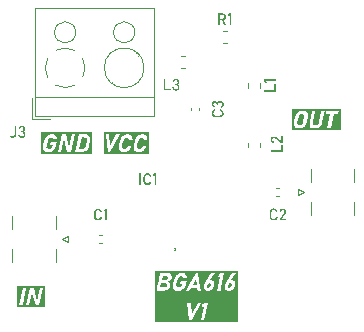
<source format=gbr>
%TF.GenerationSoftware,KiCad,Pcbnew,8.0.2*%
%TF.CreationDate,2025-01-11T01:25:04-03:00*%
%TF.ProjectId,rx_amp,72785f61-6d70-42e6-9b69-6361645f7063,rev?*%
%TF.SameCoordinates,Original*%
%TF.FileFunction,Legend,Top*%
%TF.FilePolarity,Positive*%
%FSLAX46Y46*%
G04 Gerber Fmt 4.6, Leading zero omitted, Abs format (unit mm)*
G04 Created by KiCad (PCBNEW 8.0.2) date 2025-01-11 01:25:04*
%MOMM*%
%LPD*%
G01*
G04 APERTURE LIST*
%ADD10C,0.300000*%
%ADD11C,0.150000*%
%ADD12C,0.250000*%
%ADD13C,0.120000*%
%ADD14C,0.200000*%
G04 APERTURE END LIST*
D10*
G36*
X127259805Y-114752275D02*
G01*
X127320743Y-114797566D01*
X127337950Y-114862293D01*
X127330635Y-114938982D01*
X127330635Y-114939715D01*
X127309858Y-115003158D01*
X127265422Y-115063913D01*
X127218449Y-115093465D01*
X127143423Y-115107144D01*
X127105923Y-115103753D01*
X127040108Y-115064279D01*
X127021905Y-115015882D01*
X127026187Y-114941181D01*
X127026553Y-114940448D01*
X127029054Y-114929115D01*
X127053298Y-114858840D01*
X127095429Y-114797932D01*
X127143555Y-114763371D01*
X127217795Y-114747374D01*
X127259805Y-114752275D01*
G37*
G36*
X129034474Y-114752275D02*
G01*
X129095412Y-114797566D01*
X129112619Y-114862293D01*
X129105304Y-114938982D01*
X129105304Y-114939715D01*
X129084527Y-115003158D01*
X129040091Y-115063913D01*
X128993118Y-115093465D01*
X128918092Y-115107144D01*
X128880592Y-115103753D01*
X128814777Y-115064279D01*
X128796573Y-115015882D01*
X128800855Y-114941181D01*
X128801221Y-114940448D01*
X128803723Y-114929115D01*
X128827966Y-114858840D01*
X128870098Y-114797932D01*
X128918223Y-114763371D01*
X128992464Y-114747374D01*
X129034474Y-114752275D01*
G37*
G36*
X123534071Y-114741991D02*
G01*
X123597750Y-114779614D01*
X123624952Y-114835851D01*
X123622296Y-114911505D01*
X123621563Y-114914436D01*
X123620444Y-114919643D01*
X123593262Y-114989083D01*
X123542795Y-115045228D01*
X123531030Y-115053543D01*
X123463416Y-115082851D01*
X123387090Y-115091756D01*
X123076270Y-115091756D01*
X123150824Y-114733086D01*
X123461462Y-114733086D01*
X123534071Y-114741991D01*
G37*
G36*
X123641988Y-114147704D02*
G01*
X123708392Y-114181707D01*
X123730996Y-114219358D01*
X123731839Y-114294181D01*
X123707689Y-114361248D01*
X123659299Y-114418379D01*
X123591470Y-114452682D01*
X123517882Y-114462342D01*
X123207102Y-114462342D01*
X123273660Y-114142140D01*
X123584561Y-114142140D01*
X123641988Y-114147704D01*
G37*
G36*
X126150318Y-114852887D02*
G01*
X125801733Y-114852887D01*
X126081699Y-114344373D01*
X126150318Y-114852887D01*
G37*
G36*
X129623314Y-118049167D02*
G01*
X122578553Y-118049167D01*
X122578553Y-116391397D01*
X125354833Y-116391397D01*
X125530687Y-117882500D01*
X125745377Y-117882500D01*
X126515108Y-117882500D01*
X126789881Y-117882500D01*
X127099826Y-116391397D01*
X126864986Y-116391397D01*
X126626849Y-116492147D01*
X126564934Y-116790368D01*
X126756542Y-116721857D01*
X126515108Y-117882500D01*
X125745377Y-117882500D01*
X126540387Y-116391397D01*
X126257554Y-116391397D01*
X125740980Y-117386076D01*
X125637666Y-116391397D01*
X125354833Y-116391397D01*
X122578553Y-116391397D01*
X122578553Y-115362500D01*
X122745220Y-115362500D01*
X122865754Y-115362500D01*
X123357048Y-115362500D01*
X123421980Y-115359915D01*
X123495104Y-115349988D01*
X123573806Y-115328999D01*
X123645390Y-115297876D01*
X123709857Y-115256620D01*
X123743202Y-115228691D01*
X123794090Y-115173230D01*
X123835476Y-115109389D01*
X123867360Y-115037168D01*
X123884703Y-114974713D01*
X124131612Y-114974713D01*
X124136149Y-115051475D01*
X124154990Y-115129492D01*
X124160511Y-115144076D01*
X124195759Y-115210773D01*
X124243744Y-115267095D01*
X124304466Y-115313040D01*
X124346627Y-115335078D01*
X124417016Y-115359585D01*
X124495983Y-115373834D01*
X124573378Y-115377887D01*
X124651894Y-115373559D01*
X124715849Y-115362500D01*
X125225140Y-115362500D01*
X125521162Y-115362500D01*
X125652674Y-115123630D01*
X126186853Y-115123630D01*
X126219086Y-115362500D01*
X126514742Y-115362500D01*
X126461270Y-115040560D01*
X126739635Y-115040560D01*
X126742621Y-115117860D01*
X126761488Y-115194911D01*
X126796843Y-115259918D01*
X126802405Y-115267175D01*
X126862609Y-115322128D01*
X126931451Y-115355307D01*
X127003522Y-115372242D01*
X127086637Y-115377887D01*
X127136514Y-115376021D01*
X127218757Y-115363774D01*
X127222837Y-115362500D01*
X127888242Y-115362500D01*
X128163015Y-115362500D01*
X128229934Y-115040560D01*
X128514304Y-115040560D01*
X128517289Y-115117860D01*
X128536157Y-115194911D01*
X128571511Y-115259918D01*
X128577073Y-115267175D01*
X128637278Y-115322128D01*
X128706120Y-115355307D01*
X128778190Y-115372242D01*
X128861305Y-115377887D01*
X128911182Y-115376021D01*
X128993426Y-115363774D01*
X129069253Y-115340097D01*
X129138663Y-115304990D01*
X129201658Y-115258452D01*
X129249807Y-115210251D01*
X129297810Y-115145388D01*
X129337012Y-115071234D01*
X129363609Y-115000278D01*
X129383741Y-114922496D01*
X129383741Y-114921397D01*
X129388814Y-114895256D01*
X129398418Y-114821334D01*
X129398977Y-114743621D01*
X129385576Y-114666055D01*
X129352600Y-114593135D01*
X129308270Y-114542164D01*
X129242633Y-114502230D01*
X129170276Y-114482206D01*
X129096145Y-114476631D01*
X129087868Y-114476730D01*
X129039741Y-114484225D01*
X129456647Y-113871397D01*
X129145604Y-113871397D01*
X128716591Y-114513633D01*
X128708102Y-114526430D01*
X128667888Y-114591016D01*
X128631394Y-114656604D01*
X128598622Y-114723194D01*
X128573120Y-114782529D01*
X128548247Y-114852767D01*
X128529013Y-114926526D01*
X128529013Y-114927625D01*
X128521791Y-114966964D01*
X128516815Y-115015882D01*
X128514304Y-115040560D01*
X128229934Y-115040560D01*
X128472959Y-113871397D01*
X128238120Y-113871397D01*
X127999983Y-113972147D01*
X127938067Y-114270368D01*
X128129676Y-114201857D01*
X127888242Y-115362500D01*
X127222837Y-115362500D01*
X127294584Y-115340097D01*
X127363995Y-115304990D01*
X127426989Y-115258452D01*
X127475139Y-115210251D01*
X127523141Y-115145388D01*
X127562343Y-115071234D01*
X127588941Y-115000278D01*
X127609072Y-114922496D01*
X127609072Y-114921397D01*
X127614145Y-114895256D01*
X127623750Y-114821334D01*
X127624308Y-114743621D01*
X127610907Y-114666055D01*
X127577931Y-114593135D01*
X127533601Y-114542164D01*
X127467965Y-114502230D01*
X127395608Y-114482206D01*
X127321476Y-114476631D01*
X127313200Y-114476730D01*
X127265073Y-114484225D01*
X127681979Y-113871397D01*
X127370935Y-113871397D01*
X126941923Y-114513633D01*
X126933433Y-114526430D01*
X126893219Y-114591016D01*
X126856726Y-114656604D01*
X126823953Y-114723194D01*
X126798451Y-114782529D01*
X126773578Y-114852767D01*
X126754344Y-114926526D01*
X126754344Y-114927625D01*
X126747123Y-114966964D01*
X126742146Y-115015882D01*
X126739635Y-115040560D01*
X126461270Y-115040560D01*
X126267080Y-113871397D01*
X126092690Y-113871397D01*
X125521642Y-114852887D01*
X125225140Y-115362500D01*
X124715849Y-115362500D01*
X124726976Y-115360576D01*
X124798623Y-115338938D01*
X124866836Y-115308644D01*
X124930949Y-115270496D01*
X124989934Y-115225296D01*
X125043789Y-115173043D01*
X125092516Y-115113738D01*
X125098230Y-115105843D01*
X125139927Y-115039691D01*
X125174480Y-114968227D01*
X125201889Y-114891451D01*
X125220011Y-114819914D01*
X125280461Y-114529021D01*
X124774878Y-114529021D01*
X124718824Y-114799398D01*
X124939376Y-114799398D01*
X124933880Y-114824310D01*
X124915050Y-114889647D01*
X124880070Y-114957776D01*
X124826902Y-115017384D01*
X124778718Y-115050856D01*
X124706899Y-115078445D01*
X124633462Y-115086627D01*
X124599489Y-115085071D01*
X124524304Y-115066457D01*
X124464568Y-115022880D01*
X124446415Y-114997369D01*
X124425298Y-114926423D01*
X124430862Y-114852887D01*
X124522453Y-114412883D01*
X124543605Y-114342780D01*
X124579765Y-114276163D01*
X124629431Y-114220542D01*
X124678089Y-114185122D01*
X124750088Y-114155927D01*
X124823238Y-114147269D01*
X124885018Y-114154843D01*
X124954763Y-114186837D01*
X124995415Y-114227839D01*
X125019243Y-114299310D01*
X125315998Y-114299310D01*
X125316036Y-114291009D01*
X125310512Y-114211654D01*
X125294255Y-114138953D01*
X125263974Y-114066669D01*
X125226444Y-114008716D01*
X125175159Y-113954968D01*
X125113399Y-113911697D01*
X125107296Y-113908293D01*
X125035638Y-113877986D01*
X124963281Y-113861778D01*
X124884055Y-113856376D01*
X124805355Y-113860704D01*
X124730090Y-113873687D01*
X124658260Y-113895325D01*
X124589864Y-113925619D01*
X124525750Y-113963583D01*
X124466766Y-114008600D01*
X124412910Y-114060670D01*
X124364184Y-114119792D01*
X124358492Y-114127642D01*
X124316979Y-114193485D01*
X124282609Y-114264731D01*
X124255384Y-114341381D01*
X124237422Y-114412883D01*
X124145831Y-114852887D01*
X124137457Y-114901274D01*
X124131612Y-114974713D01*
X123884703Y-114974713D01*
X123889742Y-114956568D01*
X123890475Y-114953271D01*
X123894008Y-114934897D01*
X123901018Y-114857633D01*
X123891745Y-114782185D01*
X123860799Y-114711837D01*
X123852927Y-114700532D01*
X123798321Y-114648437D01*
X123732075Y-114615880D01*
X123658933Y-114598630D01*
X123685082Y-114593634D01*
X123758315Y-114572269D01*
X123830507Y-114537314D01*
X123893039Y-114490553D01*
X123904325Y-114479795D01*
X123953112Y-114420640D01*
X123989161Y-114352541D01*
X124012474Y-114275497D01*
X124022709Y-114206297D01*
X124021610Y-114123567D01*
X124000229Y-114043524D01*
X123957519Y-113977276D01*
X123945199Y-113964455D01*
X123878387Y-113916995D01*
X123803380Y-113888871D01*
X123725690Y-113875119D01*
X123650140Y-113871397D01*
X123329937Y-113871397D01*
X123055164Y-113871397D01*
X122932329Y-114462342D01*
X122801497Y-115091756D01*
X122745220Y-115362500D01*
X122578553Y-115362500D01*
X122578553Y-113689709D01*
X129623314Y-113689709D01*
X129623314Y-118049167D01*
G37*
G36*
X135100551Y-100398755D02*
G01*
X135174392Y-100419615D01*
X135231734Y-100468452D01*
X135253281Y-100507126D01*
X135267685Y-100582572D01*
X135259944Y-100658595D01*
X135169086Y-101095301D01*
X135148091Y-101164524D01*
X135111939Y-101230256D01*
X135062107Y-101285078D01*
X135013511Y-101319790D01*
X134941143Y-101348400D01*
X134867201Y-101356885D01*
X134833617Y-101355132D01*
X134759860Y-101334165D01*
X134702338Y-101285078D01*
X134680791Y-101246289D01*
X134666386Y-101170951D01*
X134674128Y-101095301D01*
X134764986Y-100658595D01*
X134785980Y-100589022D01*
X134822132Y-100523152D01*
X134871964Y-100468452D01*
X134920709Y-100433918D01*
X134993094Y-100405453D01*
X135066870Y-100397011D01*
X135100551Y-100398755D01*
G37*
G36*
X138345435Y-101804554D02*
G01*
X134208317Y-101804554D01*
X134208317Y-101224813D01*
X134374984Y-101224813D01*
X134380004Y-101304324D01*
X134396790Y-101377402D01*
X134402082Y-101392708D01*
X134436185Y-101462667D01*
X134483026Y-101521679D01*
X134542603Y-101569743D01*
X134584115Y-101592901D01*
X134653677Y-101618655D01*
X134731990Y-101633628D01*
X134808950Y-101637887D01*
X134887535Y-101633628D01*
X134962823Y-101620851D01*
X135034813Y-101599556D01*
X135103506Y-101569743D01*
X135167918Y-101532168D01*
X135227063Y-101487586D01*
X135280941Y-101435997D01*
X135329553Y-101377402D01*
X135371914Y-101312761D01*
X135396075Y-101264802D01*
X135697881Y-101264802D01*
X135706060Y-101343001D01*
X135730155Y-101423619D01*
X135769923Y-101492807D01*
X135776865Y-101501732D01*
X135833373Y-101556279D01*
X135903730Y-101596941D01*
X135975059Y-101620744D01*
X136056564Y-101634345D01*
X136132257Y-101637887D01*
X136179187Y-101636612D01*
X136254096Y-101628819D01*
X136338533Y-101610118D01*
X136417020Y-101581215D01*
X136489555Y-101542111D01*
X136556141Y-101492807D01*
X136606455Y-101444553D01*
X136659418Y-101378951D01*
X136704291Y-101304951D01*
X136735508Y-101236870D01*
X136761107Y-101162956D01*
X136781088Y-101083211D01*
X136922650Y-100402140D01*
X137053297Y-100402140D01*
X137450352Y-100402140D01*
X137196546Y-101622500D01*
X137471319Y-101622500D01*
X137725125Y-100402140D01*
X138122714Y-100402140D01*
X138178768Y-100131397D01*
X137109351Y-100131397D01*
X137053297Y-100402140D01*
X136922650Y-100402140D01*
X136978925Y-100131397D01*
X136704152Y-100131397D01*
X136504850Y-101090172D01*
X136482696Y-101164697D01*
X136445765Y-101233699D01*
X136395673Y-101289108D01*
X136334196Y-101329365D01*
X136263108Y-101352911D01*
X136190143Y-101359816D01*
X136146591Y-101357330D01*
X136074326Y-101337444D01*
X136015021Y-101289108D01*
X135990198Y-101239298D01*
X135980718Y-101164697D01*
X135989742Y-101090172D01*
X136189044Y-100131397D01*
X135913904Y-100131397D01*
X135716067Y-101083211D01*
X135712793Y-101099627D01*
X135701217Y-101178206D01*
X135697881Y-101264802D01*
X135396075Y-101264802D01*
X135407039Y-101243038D01*
X135434929Y-101168231D01*
X135455582Y-101088340D01*
X135543510Y-100665922D01*
X135553784Y-100605056D01*
X135559268Y-100528589D01*
X135554216Y-100448968D01*
X135537282Y-100376128D01*
X135531989Y-100360911D01*
X135497886Y-100291309D01*
X135451046Y-100232512D01*
X135391469Y-100184520D01*
X135349969Y-100161362D01*
X135280475Y-100135608D01*
X135202287Y-100120635D01*
X135125488Y-100116376D01*
X135046743Y-100120635D01*
X134971341Y-100133412D01*
X134899281Y-100154707D01*
X134830565Y-100184520D01*
X134766154Y-100222049D01*
X134707009Y-100266494D01*
X134653130Y-100317853D01*
X134604518Y-100376128D01*
X134562295Y-100440540D01*
X134527215Y-100510309D01*
X134499280Y-100585437D01*
X134478489Y-100665922D01*
X134390562Y-101088340D01*
X134380399Y-101148735D01*
X134378818Y-101170951D01*
X134374984Y-101224813D01*
X134208317Y-101224813D01*
X134208317Y-99949709D01*
X138345435Y-99949709D01*
X138345435Y-101804554D01*
G37*
G36*
X122139763Y-103804554D02*
G01*
X118269324Y-103804554D01*
X118269324Y-102131397D01*
X118435991Y-102131397D01*
X118611845Y-103622500D01*
X118826535Y-103622500D01*
X119037676Y-103226488D01*
X119552815Y-103226488D01*
X119555796Y-103308933D01*
X119570254Y-103383264D01*
X119575054Y-103398602D01*
X119607040Y-103468340D01*
X119652334Y-103526486D01*
X119710938Y-103573040D01*
X119752309Y-103595078D01*
X119822672Y-103619585D01*
X119903005Y-103633834D01*
X119982780Y-103637887D01*
X120025496Y-103636411D01*
X120100129Y-103626316D01*
X120171864Y-103606658D01*
X120240701Y-103577437D01*
X120277636Y-103557204D01*
X120341009Y-103514024D01*
X120400382Y-103462150D01*
X120455757Y-103401582D01*
X120461655Y-103394323D01*
X120506494Y-103332899D01*
X120547166Y-103265523D01*
X120566598Y-103226488D01*
X120810177Y-103226488D01*
X120813159Y-103308933D01*
X120827616Y-103383264D01*
X120832416Y-103398602D01*
X120864402Y-103468340D01*
X120909696Y-103526486D01*
X120968300Y-103573040D01*
X121009671Y-103595078D01*
X121080034Y-103619585D01*
X121160367Y-103633834D01*
X121240143Y-103637887D01*
X121282858Y-103636411D01*
X121357491Y-103626316D01*
X121429226Y-103606658D01*
X121498063Y-103577437D01*
X121534998Y-103557204D01*
X121598371Y-103514024D01*
X121657745Y-103462150D01*
X121713119Y-103401582D01*
X121719017Y-103394323D01*
X121763856Y-103332899D01*
X121804529Y-103265523D01*
X121841033Y-103192192D01*
X121869556Y-103123145D01*
X121584525Y-103123145D01*
X121556447Y-103182000D01*
X121515832Y-103243072D01*
X121463625Y-103296069D01*
X121444700Y-103310323D01*
X121374676Y-103345245D01*
X121298761Y-103356885D01*
X121264325Y-103355132D01*
X121190028Y-103334165D01*
X121134630Y-103285078D01*
X121111617Y-103234402D01*
X121103649Y-103158290D01*
X121113381Y-103082112D01*
X121198377Y-102672883D01*
X121220330Y-102596670D01*
X121256049Y-102526140D01*
X121303890Y-102469551D01*
X121351095Y-102434485D01*
X121423051Y-102405583D01*
X121498063Y-102397011D01*
X121529880Y-102399213D01*
X121598813Y-102424855D01*
X121620977Y-102442400D01*
X121663660Y-102504356D01*
X121680307Y-102557937D01*
X121687107Y-102631118D01*
X121972138Y-102631118D01*
X121973096Y-102581034D01*
X121969083Y-102505924D01*
X121956412Y-102428815D01*
X121932205Y-102352315D01*
X121898173Y-102285746D01*
X121849829Y-102224836D01*
X121790055Y-102176826D01*
X121777981Y-102169506D01*
X121705587Y-102137687D01*
X121630983Y-102121158D01*
X121556681Y-102116376D01*
X121475188Y-102120475D01*
X121398137Y-102132771D01*
X121325528Y-102153264D01*
X121257362Y-102181955D01*
X121209573Y-102208608D01*
X121143637Y-102256316D01*
X121084598Y-102313297D01*
X121037910Y-102371732D01*
X121027162Y-102387420D01*
X120988121Y-102454350D01*
X120955400Y-102527966D01*
X120931954Y-102597865D01*
X120913346Y-102672883D01*
X120828349Y-103082112D01*
X120817161Y-103146392D01*
X120810177Y-103226488D01*
X120566598Y-103226488D01*
X120583671Y-103192192D01*
X120612194Y-103123145D01*
X120327163Y-103123145D01*
X120299084Y-103182000D01*
X120258470Y-103243072D01*
X120206263Y-103296069D01*
X120187338Y-103310323D01*
X120117313Y-103345245D01*
X120041399Y-103356885D01*
X120006963Y-103355132D01*
X119932666Y-103334165D01*
X119877268Y-103285078D01*
X119854255Y-103234402D01*
X119846287Y-103158290D01*
X119856018Y-103082112D01*
X119941015Y-102672883D01*
X119962968Y-102596670D01*
X119998687Y-102526140D01*
X120046528Y-102469551D01*
X120093733Y-102434485D01*
X120165689Y-102405583D01*
X120240701Y-102397011D01*
X120272518Y-102399213D01*
X120341451Y-102424855D01*
X120363614Y-102442400D01*
X120406298Y-102504356D01*
X120422945Y-102557937D01*
X120429745Y-102631118D01*
X120714776Y-102631118D01*
X120715733Y-102581034D01*
X120711720Y-102505924D01*
X120699050Y-102428815D01*
X120674843Y-102352315D01*
X120640811Y-102285746D01*
X120592466Y-102224836D01*
X120532693Y-102176826D01*
X120520619Y-102169506D01*
X120448224Y-102137687D01*
X120373621Y-102121158D01*
X120299319Y-102116376D01*
X120217826Y-102120475D01*
X120140775Y-102132771D01*
X120068166Y-102153264D01*
X120000000Y-102181955D01*
X119952211Y-102208608D01*
X119886275Y-102256316D01*
X119827236Y-102313297D01*
X119780547Y-102371732D01*
X119769800Y-102387420D01*
X119730759Y-102454350D01*
X119698038Y-102527966D01*
X119674592Y-102597865D01*
X119655984Y-102672883D01*
X119570987Y-103082112D01*
X119559799Y-103146392D01*
X119552815Y-103226488D01*
X119037676Y-103226488D01*
X119621545Y-102131397D01*
X119338712Y-102131397D01*
X118822138Y-103126076D01*
X118718824Y-102131397D01*
X118435991Y-102131397D01*
X118269324Y-102131397D01*
X118269324Y-101949709D01*
X122139763Y-101949709D01*
X122139763Y-103804554D01*
G37*
G36*
X113308258Y-116789167D02*
G01*
X110950029Y-116789167D01*
X110950029Y-116622500D01*
X111116696Y-116622500D01*
X111401727Y-116622500D01*
X111401956Y-116621400D01*
X111714603Y-116621400D01*
X111977286Y-116621400D01*
X112200740Y-115545874D01*
X112494226Y-116621400D01*
X112832014Y-116621400D01*
X113141591Y-115131397D01*
X112878542Y-115131397D01*
X112651862Y-116222396D01*
X112360136Y-115131397D01*
X112024180Y-115131397D01*
X111714603Y-116621400D01*
X111401956Y-116621400D01*
X111711672Y-115131397D01*
X111426640Y-115131397D01*
X111116696Y-116622500D01*
X110950029Y-116622500D01*
X110950029Y-114964730D01*
X113308258Y-114964730D01*
X113308258Y-116789167D01*
G37*
G36*
X116680193Y-102406308D02*
G01*
X116751497Y-102425647D01*
X116812771Y-102468818D01*
X116837638Y-102505615D01*
X116855191Y-102580158D01*
X116847942Y-102657496D01*
X116756717Y-103096400D01*
X116734764Y-103166739D01*
X116696400Y-103232046D01*
X116643144Y-103284712D01*
X116637602Y-103288836D01*
X116570501Y-103325567D01*
X116499733Y-103345209D01*
X116419662Y-103351756D01*
X116205929Y-103351756D01*
X116403319Y-102402140D01*
X116617132Y-102402140D01*
X116680193Y-102406308D01*
G37*
G36*
X117312955Y-103804554D02*
G01*
X112963480Y-103804554D01*
X112963480Y-103234713D01*
X113130147Y-103234713D01*
X113134684Y-103311475D01*
X113153525Y-103389492D01*
X113159046Y-103404076D01*
X113194294Y-103470773D01*
X113242279Y-103527095D01*
X113303001Y-103573040D01*
X113345162Y-103595078D01*
X113415551Y-103619585D01*
X113494518Y-103633834D01*
X113571913Y-103637887D01*
X113650429Y-103633559D01*
X113714385Y-103622500D01*
X115874878Y-103622500D01*
X116013364Y-103622500D01*
X116356281Y-103622500D01*
X116380037Y-103622238D01*
X116460120Y-103617196D01*
X116535433Y-103605738D01*
X116615667Y-103584787D01*
X116689673Y-103555455D01*
X116757427Y-103518452D01*
X116818541Y-103474855D01*
X116873015Y-103424663D01*
X116920848Y-103367876D01*
X116962019Y-103305205D01*
X116996136Y-103237725D01*
X117023201Y-103165437D01*
X117043214Y-103088340D01*
X117131141Y-102665922D01*
X117134269Y-102650143D01*
X117144820Y-102574595D01*
X117146288Y-102491304D01*
X117135546Y-102416051D01*
X117107582Y-102338413D01*
X117062998Y-102271714D01*
X117038977Y-102246638D01*
X116972408Y-102197719D01*
X116903629Y-102166476D01*
X116824031Y-102145100D01*
X116749434Y-102134823D01*
X116667324Y-102131397D01*
X116459596Y-102131397D01*
X116184823Y-102131397D01*
X115931156Y-103351756D01*
X115874878Y-103622500D01*
X113714385Y-103622500D01*
X113720746Y-103621400D01*
X114405391Y-103621400D01*
X114668074Y-103621400D01*
X114891529Y-102545872D01*
X115185014Y-103621400D01*
X115522802Y-103621400D01*
X115832380Y-102131397D01*
X115569331Y-102131397D01*
X115342651Y-103222396D01*
X115050925Y-102131397D01*
X114714969Y-102131397D01*
X114405391Y-103621400D01*
X113720746Y-103621400D01*
X113725511Y-103620576D01*
X113797158Y-103598938D01*
X113865370Y-103568644D01*
X113929484Y-103530496D01*
X113988469Y-103485296D01*
X114042324Y-103433043D01*
X114091051Y-103373738D01*
X114096765Y-103365843D01*
X114138462Y-103299691D01*
X114173015Y-103228227D01*
X114200423Y-103151451D01*
X114218545Y-103079914D01*
X114278996Y-102789021D01*
X113773413Y-102789021D01*
X113717359Y-103059398D01*
X113937910Y-103059398D01*
X113932415Y-103084310D01*
X113913584Y-103149647D01*
X113878605Y-103217776D01*
X113825437Y-103277384D01*
X113777253Y-103310856D01*
X113705434Y-103338445D01*
X113631996Y-103346627D01*
X113598024Y-103345071D01*
X113522838Y-103326457D01*
X113463102Y-103282880D01*
X113444950Y-103257369D01*
X113423833Y-103186423D01*
X113429397Y-103112887D01*
X113520988Y-102672883D01*
X113542140Y-102602780D01*
X113578300Y-102536163D01*
X113627966Y-102480542D01*
X113676624Y-102445122D01*
X113748623Y-102415927D01*
X113821773Y-102407269D01*
X113883553Y-102414843D01*
X113953298Y-102446837D01*
X113993950Y-102487839D01*
X114017778Y-102559310D01*
X114314533Y-102559310D01*
X114314571Y-102551009D01*
X114309047Y-102471654D01*
X114292789Y-102398953D01*
X114262509Y-102326669D01*
X114224978Y-102268716D01*
X114173694Y-102214968D01*
X114111933Y-102171697D01*
X114105831Y-102168293D01*
X114034173Y-102137986D01*
X113961816Y-102121778D01*
X113882589Y-102116376D01*
X113803890Y-102120704D01*
X113728625Y-102133687D01*
X113656795Y-102155325D01*
X113588399Y-102185619D01*
X113524285Y-102223583D01*
X113465301Y-102268600D01*
X113411445Y-102320670D01*
X113362719Y-102379792D01*
X113357027Y-102387642D01*
X113315513Y-102453485D01*
X113281144Y-102524731D01*
X113253918Y-102601381D01*
X113235957Y-102672883D01*
X113144365Y-103112887D01*
X113135992Y-103161274D01*
X113130147Y-103234713D01*
X112963480Y-103234713D01*
X112963480Y-101949709D01*
X117312955Y-101949709D01*
X117312955Y-103804554D01*
G37*
D11*
G36*
X127995150Y-92464658D02*
G01*
X127995150Y-92332034D01*
X128334159Y-92332034D01*
X128382792Y-92323946D01*
X128424731Y-92297331D01*
X128431857Y-92289780D01*
X128457068Y-92247358D01*
X128467837Y-92198589D01*
X128468737Y-92177428D01*
X128462650Y-92125385D01*
X128442481Y-92079437D01*
X128431857Y-92065565D01*
X128392022Y-92035061D01*
X128341668Y-92023233D01*
X128334159Y-92023066D01*
X127995150Y-92023066D01*
X127995150Y-91890443D01*
X128328786Y-91890443D01*
X128380855Y-91893949D01*
X128428678Y-91904468D01*
X128476379Y-91924137D01*
X128480461Y-91926346D01*
X128521692Y-91954378D01*
X128556055Y-91989105D01*
X128581333Y-92026486D01*
X128601774Y-92073303D01*
X128613731Y-92125431D01*
X128617237Y-92177428D01*
X128613683Y-92229215D01*
X128601564Y-92281332D01*
X128580845Y-92328370D01*
X128552616Y-92369323D01*
X128517634Y-92403523D01*
X128479972Y-92428754D01*
X128433016Y-92449195D01*
X128380807Y-92461151D01*
X128328786Y-92464658D01*
X127995150Y-92464658D01*
G37*
G36*
X127934334Y-92885000D02*
G01*
X127934334Y-91890443D01*
X128073797Y-91890443D01*
X128073797Y-92885000D01*
X127934334Y-92885000D01*
G37*
G36*
X128493406Y-92885000D02*
G01*
X128265771Y-92433883D01*
X128404501Y-92402376D01*
X128659002Y-92885000D01*
X128493406Y-92885000D01*
G37*
G36*
X129066155Y-91891175D02*
G01*
X129066155Y-92885000D01*
X128926693Y-92885000D01*
X128926693Y-92042850D01*
X128785276Y-92129556D01*
X128785276Y-91985453D01*
X128926693Y-91891175D01*
X129066155Y-91891175D01*
G37*
G36*
X123352268Y-98415000D02*
G01*
X123352268Y-97421175D01*
X123491731Y-97421175D01*
X123491731Y-98415000D01*
X123352268Y-98415000D01*
G37*
G36*
X123421877Y-98415000D02*
G01*
X123421877Y-98282376D01*
X123990719Y-98282376D01*
X123990719Y-98415000D01*
X123421877Y-98415000D01*
G37*
G36*
X124390788Y-98425258D02*
G01*
X124340304Y-98422300D01*
X124289454Y-98412215D01*
X124243510Y-98394972D01*
X124199569Y-98368296D01*
X124162635Y-98334064D01*
X124141905Y-98307044D01*
X124117141Y-98260527D01*
X124101139Y-98211792D01*
X124092812Y-98167581D01*
X124234962Y-98167581D01*
X124249327Y-98217196D01*
X124280514Y-98257756D01*
X124285520Y-98261615D01*
X124332353Y-98283780D01*
X124382850Y-98291053D01*
X124390788Y-98291168D01*
X124441830Y-98285082D01*
X124488001Y-98262932D01*
X124498011Y-98254288D01*
X124525535Y-98213111D01*
X124536020Y-98162768D01*
X124536357Y-98150484D01*
X124536357Y-98120443D01*
X124531274Y-98069346D01*
X124512494Y-98021802D01*
X124500209Y-98005404D01*
X124459666Y-97976127D01*
X124409817Y-97964974D01*
X124397627Y-97964616D01*
X124327285Y-97964616D01*
X124327285Y-97831992D01*
X124397627Y-97831992D01*
X124446854Y-97824317D01*
X124488241Y-97797065D01*
X124513016Y-97751890D01*
X124519962Y-97702576D01*
X124519993Y-97698635D01*
X124519993Y-97667861D01*
X124512533Y-97618580D01*
X124486043Y-97577002D01*
X124442166Y-97551846D01*
X124390056Y-97544762D01*
X124341512Y-97552212D01*
X124300907Y-97574560D01*
X124270010Y-97612967D01*
X124252392Y-97660698D01*
X124250593Y-97668593D01*
X124109176Y-97668593D01*
X124120974Y-97617414D01*
X124140582Y-97565478D01*
X124166724Y-97520534D01*
X124199399Y-97482581D01*
X124203943Y-97478328D01*
X124243144Y-97448836D01*
X124287230Y-97427770D01*
X124336200Y-97415130D01*
X124390056Y-97410917D01*
X124443576Y-97414155D01*
X124491509Y-97423867D01*
X124539449Y-97442895D01*
X124580093Y-97470380D01*
X124589114Y-97478572D01*
X124623117Y-97520995D01*
X124644000Y-97566035D01*
X124656090Y-97617975D01*
X124659456Y-97669082D01*
X124659456Y-97685690D01*
X124654694Y-97734596D01*
X124638637Y-97782681D01*
X124619156Y-97815139D01*
X124584225Y-97852302D01*
X124539883Y-97881359D01*
X124505094Y-97896228D01*
X124552349Y-97911350D01*
X124596066Y-97938232D01*
X124631123Y-97975851D01*
X124656571Y-98022820D01*
X124670538Y-98072432D01*
X124675645Y-98122711D01*
X124675820Y-98134609D01*
X124675820Y-98151217D01*
X124672255Y-98205473D01*
X124661561Y-98254120D01*
X124640610Y-98302846D01*
X124610347Y-98344245D01*
X124601326Y-98353450D01*
X124560232Y-98384866D01*
X124511444Y-98407306D01*
X124462444Y-98419578D01*
X124407553Y-98424977D01*
X124390788Y-98425258D01*
G37*
G36*
X128425258Y-100350732D02*
G01*
X128422373Y-100401030D01*
X128412230Y-100453785D01*
X128394784Y-100502482D01*
X128379096Y-100532693D01*
X128350193Y-100573756D01*
X128315417Y-100609294D01*
X128274768Y-100639307D01*
X128249647Y-100653593D01*
X128200458Y-100674372D01*
X128153037Y-100687134D01*
X128102135Y-100694523D01*
X128054741Y-100696580D01*
X127781922Y-100696580D01*
X127727670Y-100693893D01*
X127677020Y-100685833D01*
X127629972Y-100672399D01*
X127586528Y-100653593D01*
X127542517Y-100626650D01*
X127504456Y-100594182D01*
X127472347Y-100556188D01*
X127457079Y-100532693D01*
X127434764Y-100486700D01*
X127419753Y-100436651D01*
X127412044Y-100382544D01*
X127410917Y-100350732D01*
X127414519Y-100298301D01*
X127425324Y-100248779D01*
X127443332Y-100202168D01*
X127447798Y-100193195D01*
X127473734Y-100150758D01*
X127505443Y-100112900D01*
X127542924Y-100079622D01*
X127551113Y-100073516D01*
X127594699Y-100046473D01*
X127642723Y-100025488D01*
X127689737Y-100011781D01*
X127706207Y-100008303D01*
X127706207Y-100151185D01*
X127658721Y-100169902D01*
X127622431Y-100194660D01*
X127587140Y-100232133D01*
X127566744Y-100265979D01*
X127550550Y-100312991D01*
X127546716Y-100350732D01*
X127551836Y-100399412D01*
X127569534Y-100446839D01*
X127599874Y-100487253D01*
X127611441Y-100498010D01*
X127655795Y-100527376D01*
X127702649Y-100544507D01*
X127756070Y-100552827D01*
X127781922Y-100553697D01*
X128054741Y-100553697D01*
X128105132Y-100550217D01*
X128155580Y-100537981D01*
X128203885Y-100514053D01*
X128224979Y-100498010D01*
X128258853Y-100459699D01*
X128280181Y-100414376D01*
X128288964Y-100362040D01*
X128289214Y-100350732D01*
X128282442Y-100299194D01*
X128264170Y-100253839D01*
X128248182Y-100228366D01*
X128212324Y-100190608D01*
X128170523Y-100165289D01*
X128129968Y-100151185D01*
X128129968Y-100008303D01*
X128178199Y-100020413D01*
X128227620Y-100039713D01*
X128272653Y-100065168D01*
X128285307Y-100074004D01*
X128323813Y-100106448D01*
X128356595Y-100143327D01*
X128383652Y-100184644D01*
X128388377Y-100193439D01*
X128407826Y-100239340D01*
X128420071Y-100288198D01*
X128425114Y-100340014D01*
X128425258Y-100350732D01*
G37*
G36*
X128425258Y-99580878D02*
G01*
X128422300Y-99631363D01*
X128412215Y-99682213D01*
X128394972Y-99728157D01*
X128368296Y-99772097D01*
X128334064Y-99809032D01*
X128307044Y-99829762D01*
X128260527Y-99854526D01*
X128211792Y-99870528D01*
X128167581Y-99878854D01*
X128167581Y-99736705D01*
X128217196Y-99722340D01*
X128257756Y-99691153D01*
X128261615Y-99686147D01*
X128283780Y-99639313D01*
X128291053Y-99588817D01*
X128291168Y-99580878D01*
X128285082Y-99529837D01*
X128262932Y-99483666D01*
X128254288Y-99473656D01*
X128213111Y-99446132D01*
X128162768Y-99435646D01*
X128150484Y-99435309D01*
X128120443Y-99435309D01*
X128069346Y-99440393D01*
X128021802Y-99459173D01*
X128005404Y-99471457D01*
X127976127Y-99512001D01*
X127964974Y-99561849D01*
X127964616Y-99574039D01*
X127964616Y-99644381D01*
X127831992Y-99644381D01*
X127831992Y-99574039D01*
X127824317Y-99524813D01*
X127797065Y-99483425D01*
X127751890Y-99458650D01*
X127702576Y-99451705D01*
X127698635Y-99451674D01*
X127667861Y-99451674D01*
X127618580Y-99459133D01*
X127577002Y-99485623D01*
X127551846Y-99529501D01*
X127544762Y-99581611D01*
X127552212Y-99630154D01*
X127574560Y-99670760D01*
X127612967Y-99701656D01*
X127660698Y-99719274D01*
X127668593Y-99721074D01*
X127668593Y-99862490D01*
X127617414Y-99850693D01*
X127565478Y-99831084D01*
X127520534Y-99804943D01*
X127482581Y-99772268D01*
X127478328Y-99767724D01*
X127448836Y-99728523D01*
X127427770Y-99684437D01*
X127415130Y-99635466D01*
X127410917Y-99581611D01*
X127414155Y-99528091D01*
X127423867Y-99480158D01*
X127442895Y-99432217D01*
X127470380Y-99391574D01*
X127478572Y-99382553D01*
X127520995Y-99348550D01*
X127566035Y-99327667D01*
X127617975Y-99315577D01*
X127669082Y-99312211D01*
X127685690Y-99312211D01*
X127734596Y-99316973D01*
X127782681Y-99333030D01*
X127815139Y-99352511D01*
X127852302Y-99387442D01*
X127881359Y-99431783D01*
X127896228Y-99466573D01*
X127911350Y-99419317D01*
X127938232Y-99375601D01*
X127975851Y-99340543D01*
X128022820Y-99315096D01*
X128072432Y-99301128D01*
X128122711Y-99296021D01*
X128134609Y-99295847D01*
X128151217Y-99295847D01*
X128205473Y-99299411D01*
X128254120Y-99310105D01*
X128302846Y-99331057D01*
X128344245Y-99361320D01*
X128353450Y-99370341D01*
X128384866Y-99411435D01*
X128407306Y-99460222D01*
X128419578Y-99509222D01*
X128424977Y-99564113D01*
X128425258Y-99580878D01*
G37*
G36*
X132654152Y-109425258D02*
G01*
X132603854Y-109422373D01*
X132551099Y-109412230D01*
X132502402Y-109394784D01*
X132472191Y-109379096D01*
X132431128Y-109350193D01*
X132395590Y-109315417D01*
X132365577Y-109274768D01*
X132351291Y-109249647D01*
X132330512Y-109200458D01*
X132317750Y-109153037D01*
X132310361Y-109102135D01*
X132308304Y-109054741D01*
X132308304Y-108781922D01*
X132310991Y-108727670D01*
X132319051Y-108677020D01*
X132332485Y-108629972D01*
X132351291Y-108586528D01*
X132378234Y-108542517D01*
X132410702Y-108504456D01*
X132448696Y-108472347D01*
X132472191Y-108457079D01*
X132518184Y-108434764D01*
X132568233Y-108419753D01*
X132622340Y-108412044D01*
X132654152Y-108410917D01*
X132706583Y-108414519D01*
X132756105Y-108425324D01*
X132802716Y-108443332D01*
X132811689Y-108447798D01*
X132854126Y-108473734D01*
X132891984Y-108505443D01*
X132925262Y-108542924D01*
X132931368Y-108551113D01*
X132958411Y-108594699D01*
X132979396Y-108642723D01*
X132993103Y-108689737D01*
X132996581Y-108706207D01*
X132853699Y-108706207D01*
X132834982Y-108658721D01*
X132810224Y-108622431D01*
X132772751Y-108587140D01*
X132738905Y-108566744D01*
X132691893Y-108550550D01*
X132654152Y-108546716D01*
X132605472Y-108551836D01*
X132558045Y-108569534D01*
X132517631Y-108599874D01*
X132506874Y-108611441D01*
X132477508Y-108655795D01*
X132460377Y-108702649D01*
X132452057Y-108756070D01*
X132451187Y-108781922D01*
X132451187Y-109054741D01*
X132454667Y-109105132D01*
X132466903Y-109155580D01*
X132490831Y-109203885D01*
X132506874Y-109224979D01*
X132545185Y-109258853D01*
X132590508Y-109280181D01*
X132642844Y-109288964D01*
X132654152Y-109289214D01*
X132705690Y-109282442D01*
X132751045Y-109264170D01*
X132776518Y-109248182D01*
X132814276Y-109212324D01*
X132839595Y-109170523D01*
X132853699Y-109129968D01*
X132996581Y-109129968D01*
X132984471Y-109178199D01*
X132965171Y-109227620D01*
X132939716Y-109272653D01*
X132930880Y-109285307D01*
X132898436Y-109323813D01*
X132861557Y-109356595D01*
X132820240Y-109383652D01*
X132811445Y-109388377D01*
X132765544Y-109407826D01*
X132716686Y-109420071D01*
X132664870Y-109425114D01*
X132654152Y-109425258D01*
G37*
G36*
X133158758Y-109415000D02*
G01*
X133158758Y-109294099D01*
X133505339Y-108831992D01*
X133533536Y-108789003D01*
X133552233Y-108749926D01*
X133566305Y-108701182D01*
X133569086Y-108669815D01*
X133569086Y-108668593D01*
X133561412Y-108618626D01*
X133534159Y-108576270D01*
X133491905Y-108551540D01*
X133442912Y-108543426D01*
X133434997Y-108543297D01*
X133386631Y-108550169D01*
X133341660Y-108574853D01*
X133336811Y-108579200D01*
X133307813Y-108619408D01*
X133292466Y-108668748D01*
X133290649Y-108680806D01*
X133290649Y-108681538D01*
X133146546Y-108681538D01*
X133146546Y-108680806D01*
X133157283Y-108627369D01*
X133173467Y-108579472D01*
X133198632Y-108531517D01*
X133230910Y-108490797D01*
X133240091Y-108481748D01*
X133280391Y-108450759D01*
X133326064Y-108428625D01*
X133377111Y-108415344D01*
X133426185Y-108410986D01*
X133433531Y-108410917D01*
X133489274Y-108414155D01*
X133539172Y-108423867D01*
X133589043Y-108442895D01*
X133631282Y-108470380D01*
X133640649Y-108478572D01*
X133672706Y-108515896D01*
X133695604Y-108560211D01*
X133709343Y-108611517D01*
X133713851Y-108662145D01*
X133713922Y-108669815D01*
X133713922Y-108670547D01*
X133709092Y-108721133D01*
X133695869Y-108770381D01*
X133691940Y-108781189D01*
X133671416Y-108827176D01*
X133645169Y-108871470D01*
X133631124Y-108891343D01*
X133343406Y-109282376D01*
X133719295Y-109282376D01*
X133719295Y-109415000D01*
X133158758Y-109415000D01*
G37*
G36*
X133415000Y-103639427D02*
G01*
X132421175Y-103639427D01*
X132421175Y-103499964D01*
X133415000Y-103499964D01*
X133415000Y-103639427D01*
G37*
G36*
X133415000Y-103569818D02*
G01*
X133282376Y-103569818D01*
X133282376Y-103000976D01*
X133415000Y-103000976D01*
X133415000Y-103569818D01*
G37*
G36*
X133415000Y-102872993D02*
G01*
X133294099Y-102872993D01*
X132831992Y-102526412D01*
X132789003Y-102498215D01*
X132749926Y-102479518D01*
X132701182Y-102465446D01*
X132669815Y-102462665D01*
X132668593Y-102462665D01*
X132618626Y-102470339D01*
X132576270Y-102497592D01*
X132551540Y-102539846D01*
X132543426Y-102588839D01*
X132543297Y-102596754D01*
X132550169Y-102645120D01*
X132574853Y-102690091D01*
X132579200Y-102694940D01*
X132619408Y-102723938D01*
X132668748Y-102739285D01*
X132680806Y-102741102D01*
X132681538Y-102741102D01*
X132681538Y-102885205D01*
X132680806Y-102885205D01*
X132627369Y-102874468D01*
X132579472Y-102858284D01*
X132531517Y-102833119D01*
X132490797Y-102800841D01*
X132481748Y-102791660D01*
X132450759Y-102751360D01*
X132428625Y-102705687D01*
X132415344Y-102654640D01*
X132410986Y-102605566D01*
X132410917Y-102598220D01*
X132414155Y-102542478D01*
X132423867Y-102492579D01*
X132442895Y-102442708D01*
X132470380Y-102400469D01*
X132478572Y-102391102D01*
X132515896Y-102359045D01*
X132560211Y-102336147D01*
X132611517Y-102322409D01*
X132662145Y-102317901D01*
X132669815Y-102317829D01*
X132670547Y-102317829D01*
X132721133Y-102322659D01*
X132770381Y-102335883D01*
X132781189Y-102339811D01*
X132827176Y-102360335D01*
X132871470Y-102386582D01*
X132891343Y-102400627D01*
X133282376Y-102688345D01*
X133282376Y-102312456D01*
X133415000Y-102312456D01*
X133415000Y-102872993D01*
G37*
D12*
G36*
X121404781Y-105421175D02*
G01*
X121404781Y-106415000D01*
X121265318Y-106415000D01*
X121265318Y-105421175D01*
X121404781Y-105421175D01*
G37*
G36*
X121975576Y-106425258D02*
G01*
X121925277Y-106422373D01*
X121872523Y-106412230D01*
X121823826Y-106394784D01*
X121793615Y-106379096D01*
X121752552Y-106350193D01*
X121717014Y-106315417D01*
X121687001Y-106274768D01*
X121672715Y-106249647D01*
X121651935Y-106200458D01*
X121639174Y-106153037D01*
X121631785Y-106102135D01*
X121629728Y-106054741D01*
X121629728Y-105781922D01*
X121632415Y-105727670D01*
X121640475Y-105677020D01*
X121653908Y-105629972D01*
X121672715Y-105586528D01*
X121699658Y-105542517D01*
X121732126Y-105504456D01*
X121770120Y-105472347D01*
X121793615Y-105457079D01*
X121839607Y-105434764D01*
X121889657Y-105419753D01*
X121943764Y-105412044D01*
X121975576Y-105410917D01*
X122028007Y-105414519D01*
X122077528Y-105425324D01*
X122124140Y-105443332D01*
X122133113Y-105447798D01*
X122175550Y-105473734D01*
X122213408Y-105505443D01*
X122246686Y-105542924D01*
X122252792Y-105551113D01*
X122279835Y-105594699D01*
X122300820Y-105642723D01*
X122314526Y-105689737D01*
X122318005Y-105706207D01*
X122175123Y-105706207D01*
X122156405Y-105658721D01*
X122131647Y-105622431D01*
X122094175Y-105587140D01*
X122060328Y-105566744D01*
X122013316Y-105550550D01*
X121975576Y-105546716D01*
X121926896Y-105551836D01*
X121879469Y-105569534D01*
X121839055Y-105599874D01*
X121828298Y-105611441D01*
X121798931Y-105655795D01*
X121781801Y-105702649D01*
X121773480Y-105756070D01*
X121772610Y-105781922D01*
X121772610Y-106054741D01*
X121776091Y-106105132D01*
X121788327Y-106155580D01*
X121812255Y-106203885D01*
X121828298Y-106224979D01*
X121866608Y-106258853D01*
X121911932Y-106280181D01*
X121964267Y-106288964D01*
X121975576Y-106289214D01*
X122027113Y-106282442D01*
X122072468Y-106264170D01*
X122097942Y-106248182D01*
X122135700Y-106212324D01*
X122161019Y-106170523D01*
X122175123Y-106129968D01*
X122318005Y-106129968D01*
X122305895Y-106178199D01*
X122286594Y-106227620D01*
X122261140Y-106272653D01*
X122252303Y-106285307D01*
X122219860Y-106323813D01*
X122182980Y-106356595D01*
X122141664Y-106383652D01*
X122132868Y-106388377D01*
X122086968Y-106407826D01*
X122038110Y-106420071D01*
X121986294Y-106425114D01*
X121975576Y-106425258D01*
G37*
G36*
X122735171Y-105421175D02*
G01*
X122735171Y-106415000D01*
X122595709Y-106415000D01*
X122595709Y-105572850D01*
X122454292Y-105659556D01*
X122454292Y-105515453D01*
X122595709Y-105421175D01*
X122735171Y-105421175D01*
G37*
D11*
G36*
X132845000Y-98510466D02*
G01*
X131851175Y-98510466D01*
X131851175Y-98371003D01*
X132845000Y-98371003D01*
X132845000Y-98510466D01*
G37*
G36*
X132845000Y-98440857D02*
G01*
X132712376Y-98440857D01*
X132712376Y-97872015D01*
X132845000Y-97872015D01*
X132845000Y-98440857D01*
G37*
G36*
X131851175Y-97489043D02*
G01*
X132845000Y-97489043D01*
X132845000Y-97628505D01*
X132002850Y-97628505D01*
X132089556Y-97769922D01*
X131945453Y-97769922D01*
X131851175Y-97628505D01*
X131851175Y-97489043D01*
G37*
G36*
X117783112Y-109425258D02*
G01*
X117732814Y-109422373D01*
X117680059Y-109412230D01*
X117631362Y-109394784D01*
X117601151Y-109379096D01*
X117560088Y-109350193D01*
X117524550Y-109315417D01*
X117494537Y-109274768D01*
X117480251Y-109249647D01*
X117459472Y-109200458D01*
X117446710Y-109153037D01*
X117439321Y-109102135D01*
X117437264Y-109054741D01*
X117437264Y-108781922D01*
X117439951Y-108727670D01*
X117448011Y-108677020D01*
X117461445Y-108629972D01*
X117480251Y-108586528D01*
X117507194Y-108542517D01*
X117539662Y-108504456D01*
X117577656Y-108472347D01*
X117601151Y-108457079D01*
X117647144Y-108434764D01*
X117697193Y-108419753D01*
X117751300Y-108412044D01*
X117783112Y-108410917D01*
X117835543Y-108414519D01*
X117885065Y-108425324D01*
X117931676Y-108443332D01*
X117940649Y-108447798D01*
X117983086Y-108473734D01*
X118020944Y-108505443D01*
X118054222Y-108542924D01*
X118060328Y-108551113D01*
X118087371Y-108594699D01*
X118108356Y-108642723D01*
X118122063Y-108689737D01*
X118125541Y-108706207D01*
X117982659Y-108706207D01*
X117963942Y-108658721D01*
X117939184Y-108622431D01*
X117901711Y-108587140D01*
X117867865Y-108566744D01*
X117820853Y-108550550D01*
X117783112Y-108546716D01*
X117734432Y-108551836D01*
X117687005Y-108569534D01*
X117646591Y-108599874D01*
X117635834Y-108611441D01*
X117606468Y-108655795D01*
X117589337Y-108702649D01*
X117581017Y-108756070D01*
X117580147Y-108781922D01*
X117580147Y-109054741D01*
X117583627Y-109105132D01*
X117595863Y-109155580D01*
X117619791Y-109203885D01*
X117635834Y-109224979D01*
X117674145Y-109258853D01*
X117719468Y-109280181D01*
X117771804Y-109288964D01*
X117783112Y-109289214D01*
X117834650Y-109282442D01*
X117880005Y-109264170D01*
X117905478Y-109248182D01*
X117943236Y-109212324D01*
X117968555Y-109170523D01*
X117982659Y-109129968D01*
X118125541Y-109129968D01*
X118113431Y-109178199D01*
X118094131Y-109227620D01*
X118068676Y-109272653D01*
X118059840Y-109285307D01*
X118027396Y-109323813D01*
X117990517Y-109356595D01*
X117949200Y-109383652D01*
X117940405Y-109388377D01*
X117894504Y-109407826D01*
X117845646Y-109420071D01*
X117793830Y-109425114D01*
X117783112Y-109425258D01*
G37*
G36*
X118542708Y-108421175D02*
G01*
X118542708Y-109415000D01*
X118403245Y-109415000D01*
X118403245Y-108572850D01*
X118261828Y-108659556D01*
X118261828Y-108515453D01*
X118403245Y-108421175D01*
X118542708Y-108421175D01*
G37*
G36*
X110550593Y-102425258D02*
G01*
X110497938Y-102421477D01*
X110448111Y-102410135D01*
X110405268Y-102393262D01*
X110362510Y-102368038D01*
X110322513Y-102333542D01*
X110297069Y-102302892D01*
X110411130Y-102220826D01*
X110443713Y-102258328D01*
X110466573Y-102272850D01*
X110513632Y-102288145D01*
X110550593Y-102291168D01*
X110602180Y-102285194D01*
X110648583Y-102265050D01*
X110676622Y-102240610D01*
X110704008Y-102196921D01*
X110718008Y-102146735D01*
X110721563Y-102098461D01*
X110721563Y-101421175D01*
X110861026Y-101421175D01*
X110861026Y-102099193D01*
X110858175Y-102154907D01*
X110849623Y-102205725D01*
X110832439Y-102258828D01*
X110807494Y-102305269D01*
X110779937Y-102339773D01*
X110741330Y-102373082D01*
X110696249Y-102398210D01*
X110644692Y-102415156D01*
X110595347Y-102423171D01*
X110550593Y-102425258D01*
G37*
G36*
X111343405Y-102425258D02*
G01*
X111292920Y-102422300D01*
X111242070Y-102412215D01*
X111196127Y-102394972D01*
X111152186Y-102368296D01*
X111115252Y-102334064D01*
X111094522Y-102307044D01*
X111069758Y-102260527D01*
X111053756Y-102211792D01*
X111045429Y-102167581D01*
X111187578Y-102167581D01*
X111201944Y-102217196D01*
X111233131Y-102257756D01*
X111238137Y-102261615D01*
X111284970Y-102283780D01*
X111335466Y-102291053D01*
X111343405Y-102291168D01*
X111394447Y-102285082D01*
X111440618Y-102262932D01*
X111450628Y-102254288D01*
X111478152Y-102213111D01*
X111488637Y-102162768D01*
X111488974Y-102150484D01*
X111488974Y-102120443D01*
X111483891Y-102069346D01*
X111465111Y-102021802D01*
X111452826Y-102005404D01*
X111412283Y-101976127D01*
X111362434Y-101964974D01*
X111350244Y-101964616D01*
X111279902Y-101964616D01*
X111279902Y-101831992D01*
X111350244Y-101831992D01*
X111399471Y-101824317D01*
X111440858Y-101797065D01*
X111465633Y-101751890D01*
X111472579Y-101702576D01*
X111472610Y-101698635D01*
X111472610Y-101667861D01*
X111465150Y-101618580D01*
X111438660Y-101577002D01*
X111394783Y-101551846D01*
X111342673Y-101544762D01*
X111294129Y-101552212D01*
X111253524Y-101574560D01*
X111222627Y-101612967D01*
X111205009Y-101660698D01*
X111203210Y-101668593D01*
X111061793Y-101668593D01*
X111073591Y-101617414D01*
X111093199Y-101565478D01*
X111119341Y-101520534D01*
X111152016Y-101482581D01*
X111156559Y-101478328D01*
X111195760Y-101448836D01*
X111239846Y-101427770D01*
X111288817Y-101415130D01*
X111342673Y-101410917D01*
X111396192Y-101414155D01*
X111444126Y-101423867D01*
X111492066Y-101442895D01*
X111532710Y-101470380D01*
X111541730Y-101478572D01*
X111575734Y-101520995D01*
X111596616Y-101566035D01*
X111608706Y-101617975D01*
X111612072Y-101669082D01*
X111612072Y-101685690D01*
X111607310Y-101734596D01*
X111591253Y-101782681D01*
X111571772Y-101815139D01*
X111536842Y-101852302D01*
X111492500Y-101881359D01*
X111457711Y-101896228D01*
X111504966Y-101911350D01*
X111548682Y-101938232D01*
X111583740Y-101975851D01*
X111609188Y-102022820D01*
X111623155Y-102072432D01*
X111628262Y-102122711D01*
X111628437Y-102134609D01*
X111628437Y-102151217D01*
X111624872Y-102205473D01*
X111614178Y-102254120D01*
X111593227Y-102302846D01*
X111562963Y-102344245D01*
X111553943Y-102353450D01*
X111512849Y-102384866D01*
X111464061Y-102407306D01*
X111415061Y-102419578D01*
X111360170Y-102424977D01*
X111343405Y-102425258D01*
G37*
D13*
%TO.C,R1*%
X128328733Y-93390000D02*
X128671267Y-93390000D01*
X128328733Y-94410000D02*
X128671267Y-94410000D01*
%TO.C,L3*%
X124828733Y-95490000D02*
X125171267Y-95490000D01*
X124828733Y-96510000D02*
X125171267Y-96510000D01*
%TO.C,C3*%
X125640000Y-99884165D02*
X125640000Y-100115835D01*
X126360000Y-99884165D02*
X126360000Y-100115835D01*
%TO.C,C2*%
X132884165Y-106640000D02*
X133115835Y-106640000D01*
X132884165Y-107360000D02*
X133115835Y-107360000D01*
%TO.C,J2*%
X134740000Y-106750000D02*
X134740000Y-107250000D01*
X134740000Y-107250000D02*
X135240000Y-107000000D01*
X135240000Y-107000000D02*
X134740000Y-106750000D01*
X135790000Y-106160000D02*
X135790000Y-105050000D01*
X135790000Y-108950000D02*
X135790000Y-107840000D01*
X139500000Y-106160000D02*
X139500000Y-105050000D01*
X139500000Y-108950000D02*
X139500000Y-107840000D01*
%TO.C,J1*%
X110500000Y-109050000D02*
X110500000Y-110160000D01*
X110500000Y-111840000D02*
X110500000Y-112950000D01*
X114210000Y-109050000D02*
X114210000Y-110160000D01*
X114210000Y-111840000D02*
X114210000Y-112950000D01*
X114760000Y-111000000D02*
X115260000Y-111250000D01*
X115260000Y-110750000D02*
X114760000Y-111000000D01*
X115260000Y-111250000D02*
X115260000Y-110750000D01*
%TO.C,L2*%
X130490000Y-102828733D02*
X130490000Y-103171267D01*
X131510000Y-102828733D02*
X131510000Y-103171267D01*
D14*
%TO.C,IC1*%
X124340000Y-111800000D02*
X124340000Y-111800000D01*
X124340000Y-111800000D02*
X124340000Y-111800000D01*
X124340000Y-111900000D02*
X124340000Y-111900000D01*
X124340000Y-111800000D02*
G75*
G02*
X124340000Y-111900000I0J-50000D01*
G01*
X124340000Y-111900000D02*
G75*
G02*
X124340000Y-111800000I0J50000D01*
G01*
X124340000Y-111900000D02*
G75*
G02*
X124340000Y-111800000I0J50000D01*
G01*
D13*
%TO.C,L1*%
X130490000Y-97828733D02*
X130490000Y-98171267D01*
X131510000Y-97828733D02*
X131510000Y-98171267D01*
%TO.C,C1*%
X117884165Y-110640000D02*
X118115835Y-110640000D01*
X117884165Y-111360000D02*
X118115835Y-111360000D01*
%TO.C,J3*%
X112200000Y-99060000D02*
X112200000Y-100800000D01*
X112200000Y-100800000D02*
X113700000Y-100800000D01*
X112440000Y-91440000D02*
X112440000Y-100560000D01*
X112440000Y-91440000D02*
X122560000Y-91440000D01*
X112440000Y-99000000D02*
X122560000Y-99000000D01*
X112440000Y-100560000D02*
X122560000Y-100560000D01*
X118820000Y-97476000D02*
X118726000Y-97569000D01*
X118990000Y-97716000D02*
X118931000Y-97774000D01*
X121070000Y-95225000D02*
X121011000Y-95284000D01*
X121275000Y-95431000D02*
X121181000Y-95524000D01*
X122560000Y-91440000D02*
X122560000Y-100560000D01*
X113516047Y-97289089D02*
G75*
G02*
X113516000Y-95711000I1483948J789089D01*
G01*
X114210911Y-95016047D02*
G75*
G02*
X115789000Y-95016000I789089J-1483948D01*
G01*
X115029383Y-98180450D02*
G75*
G02*
X114211000Y-97984000I-29385J1680445D01*
G01*
X115788712Y-97983352D02*
G75*
G02*
X115000000Y-98180000I-788712J1483352D01*
G01*
X116483953Y-95710911D02*
G75*
G02*
X116484000Y-97289000I-1483953J-789089D01*
G01*
X115900000Y-93500000D02*
G75*
G02*
X114100000Y-93500000I-900000J0D01*
G01*
X114100000Y-93500000D02*
G75*
G02*
X115900000Y-93500000I900000J0D01*
G01*
X120900000Y-93500000D02*
G75*
G02*
X119100000Y-93500000I-900000J0D01*
G01*
X119100000Y-93500000D02*
G75*
G02*
X120900000Y-93500000I900000J0D01*
G01*
X121680000Y-96500000D02*
G75*
G02*
X118320000Y-96500000I-1680000J0D01*
G01*
X118320000Y-96500000D02*
G75*
G02*
X121680000Y-96500000I1680000J0D01*
G01*
%TD*%
M02*

</source>
